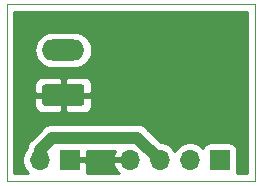
<source format=gbr>
%TF.GenerationSoftware,KiCad,Pcbnew,(5.1.8-0-10_14)*%
%TF.CreationDate,2020-11-19T20:53:49+01:00*%
%TF.ProjectId,Tank_Sender,54616e6b-5f53-4656-9e64-65722e6b6963,rev?*%
%TF.SameCoordinates,Original*%
%TF.FileFunction,Copper,L2,Bot*%
%TF.FilePolarity,Positive*%
%FSLAX46Y46*%
G04 Gerber Fmt 4.6, Leading zero omitted, Abs format (unit mm)*
G04 Created by KiCad (PCBNEW (5.1.8-0-10_14)) date 2020-11-19 20:53:49*
%MOMM*%
%LPD*%
G01*
G04 APERTURE LIST*
%TA.AperFunction,Profile*%
%ADD10C,0.050000*%
%TD*%
%TA.AperFunction,ComponentPad*%
%ADD11O,3.600000X1.800000*%
%TD*%
%TA.AperFunction,ComponentPad*%
%ADD12O,1.700000X1.700000*%
%TD*%
%TA.AperFunction,ComponentPad*%
%ADD13R,1.700000X1.700000*%
%TD*%
%TA.AperFunction,Conductor*%
%ADD14C,1.000000*%
%TD*%
%TA.AperFunction,Conductor*%
%ADD15C,0.254000*%
%TD*%
%TA.AperFunction,Conductor*%
%ADD16C,0.100000*%
%TD*%
G04 APERTURE END LIST*
D10*
X119000000Y-76000000D02*
X119000000Y-91000000D01*
X140000000Y-76000000D02*
X119000000Y-76000000D01*
X140000000Y-91000000D02*
X140000000Y-76000000D01*
X119000000Y-91000000D02*
X140000000Y-91000000D01*
D11*
%TO.P,J103,2*%
%TO.N,Net-(C104-Pad1)*%
X123800000Y-79890000D03*
%TO.P,J103,1*%
%TO.N,GND*%
%TA.AperFunction,ComponentPad*%
G36*
G01*
X125350000Y-84600000D02*
X122250000Y-84600000D01*
G75*
G02*
X122000000Y-84350000I0J250000D01*
G01*
X122000000Y-83050000D01*
G75*
G02*
X122250000Y-82800000I250000J0D01*
G01*
X125350000Y-82800000D01*
G75*
G02*
X125600000Y-83050000I0J-250000D01*
G01*
X125600000Y-84350000D01*
G75*
G02*
X125350000Y-84600000I-250000J0D01*
G01*
G37*
%TD.AperFunction*%
%TD*%
D12*
%TO.P,J102,2*%
%TO.N,Net-(C104-Pad1)*%
X121820000Y-89200000D03*
D13*
%TO.P,J102,1*%
%TO.N,GND*%
X124360000Y-89200000D03*
%TD*%
D12*
%TO.P,J101,4*%
%TO.N,GND*%
X129440000Y-89200000D03*
%TO.P,J101,3*%
%TO.N,Net-(C104-Pad1)*%
X131980000Y-89200000D03*
%TO.P,J101,2*%
%TO.N,Net-(J101-Pad2)*%
X134520000Y-89200000D03*
D13*
%TO.P,J101,1*%
%TO.N,Net-(C101-Pad1)*%
X137060000Y-89200000D03*
%TD*%
D14*
%TO.N,Net-(C104-Pad1)*%
X131980000Y-89200000D02*
X130080000Y-87300000D01*
X121820000Y-89200000D02*
X121820000Y-88320000D01*
X122840000Y-87300000D02*
X130080000Y-87300000D01*
X121820000Y-88320000D02*
X122840000Y-87300000D01*
%TD*%
D15*
%TO.N,GND*%
X139340000Y-90340000D02*
X138475010Y-90340000D01*
X138499502Y-90294180D01*
X138535812Y-90174482D01*
X138548072Y-90050000D01*
X138548072Y-88350000D01*
X138535812Y-88225518D01*
X138499502Y-88105820D01*
X138440537Y-87995506D01*
X138361185Y-87898815D01*
X138264494Y-87819463D01*
X138154180Y-87760498D01*
X138034482Y-87724188D01*
X137910000Y-87711928D01*
X136210000Y-87711928D01*
X136085518Y-87724188D01*
X135965820Y-87760498D01*
X135855506Y-87819463D01*
X135758815Y-87898815D01*
X135679463Y-87995506D01*
X135620498Y-88105820D01*
X135598487Y-88178380D01*
X135466632Y-88046525D01*
X135223411Y-87884010D01*
X134953158Y-87772068D01*
X134666260Y-87715000D01*
X134373740Y-87715000D01*
X134086842Y-87772068D01*
X133816589Y-87884010D01*
X133573368Y-88046525D01*
X133366525Y-88253368D01*
X133250000Y-88427760D01*
X133133475Y-88253368D01*
X132926632Y-88046525D01*
X132683411Y-87884010D01*
X132413158Y-87772068D01*
X132126260Y-87715000D01*
X132100132Y-87715000D01*
X130921996Y-86536865D01*
X130886449Y-86493551D01*
X130713623Y-86351716D01*
X130516447Y-86246324D01*
X130302499Y-86181423D01*
X130135752Y-86165000D01*
X130135751Y-86165000D01*
X130080000Y-86159509D01*
X130024249Y-86165000D01*
X122895752Y-86165000D01*
X122840000Y-86159509D01*
X122784248Y-86165000D01*
X122617501Y-86181423D01*
X122403553Y-86246324D01*
X122206377Y-86351716D01*
X122033551Y-86493551D01*
X121998008Y-86536860D01*
X121056860Y-87478009D01*
X121013552Y-87513551D01*
X120871717Y-87686377D01*
X120766324Y-87883553D01*
X120711845Y-88063144D01*
X120701423Y-88097502D01*
X120688207Y-88231686D01*
X120666525Y-88253368D01*
X120504010Y-88496589D01*
X120392068Y-88766842D01*
X120335000Y-89053740D01*
X120335000Y-89346260D01*
X120392068Y-89633158D01*
X120504010Y-89903411D01*
X120666525Y-90146632D01*
X120859893Y-90340000D01*
X119660000Y-90340000D01*
X119660000Y-84600000D01*
X121361928Y-84600000D01*
X121374188Y-84724482D01*
X121410498Y-84844180D01*
X121469463Y-84954494D01*
X121548815Y-85051185D01*
X121645506Y-85130537D01*
X121755820Y-85189502D01*
X121875518Y-85225812D01*
X122000000Y-85238072D01*
X123514250Y-85235000D01*
X123673000Y-85076250D01*
X123673000Y-83827000D01*
X123927000Y-83827000D01*
X123927000Y-85076250D01*
X124085750Y-85235000D01*
X125600000Y-85238072D01*
X125724482Y-85225812D01*
X125844180Y-85189502D01*
X125954494Y-85130537D01*
X126051185Y-85051185D01*
X126130537Y-84954494D01*
X126189502Y-84844180D01*
X126225812Y-84724482D01*
X126238072Y-84600000D01*
X126235000Y-83985750D01*
X126076250Y-83827000D01*
X123927000Y-83827000D01*
X123673000Y-83827000D01*
X121523750Y-83827000D01*
X121365000Y-83985750D01*
X121361928Y-84600000D01*
X119660000Y-84600000D01*
X119660000Y-82800000D01*
X121361928Y-82800000D01*
X121365000Y-83414250D01*
X121523750Y-83573000D01*
X123673000Y-83573000D01*
X123673000Y-82323750D01*
X123927000Y-82323750D01*
X123927000Y-83573000D01*
X126076250Y-83573000D01*
X126235000Y-83414250D01*
X126238072Y-82800000D01*
X126225812Y-82675518D01*
X126189502Y-82555820D01*
X126130537Y-82445506D01*
X126051185Y-82348815D01*
X125954494Y-82269463D01*
X125844180Y-82210498D01*
X125724482Y-82174188D01*
X125600000Y-82161928D01*
X124085750Y-82165000D01*
X123927000Y-82323750D01*
X123673000Y-82323750D01*
X123514250Y-82165000D01*
X122000000Y-82161928D01*
X121875518Y-82174188D01*
X121755820Y-82210498D01*
X121645506Y-82269463D01*
X121548815Y-82348815D01*
X121469463Y-82445506D01*
X121410498Y-82555820D01*
X121374188Y-82675518D01*
X121361928Y-82800000D01*
X119660000Y-82800000D01*
X119660000Y-79890000D01*
X121357573Y-79890000D01*
X121387210Y-80190913D01*
X121474983Y-80480261D01*
X121617519Y-80746927D01*
X121809339Y-80980661D01*
X122043073Y-81172481D01*
X122309739Y-81315017D01*
X122599087Y-81402790D01*
X122824592Y-81425000D01*
X124775408Y-81425000D01*
X125000913Y-81402790D01*
X125290261Y-81315017D01*
X125556927Y-81172481D01*
X125790661Y-80980661D01*
X125982481Y-80746927D01*
X126125017Y-80480261D01*
X126212790Y-80190913D01*
X126242427Y-79890000D01*
X126212790Y-79589087D01*
X126125017Y-79299739D01*
X125982481Y-79033073D01*
X125790661Y-78799339D01*
X125556927Y-78607519D01*
X125290261Y-78464983D01*
X125000913Y-78377210D01*
X124775408Y-78355000D01*
X122824592Y-78355000D01*
X122599087Y-78377210D01*
X122309739Y-78464983D01*
X122043073Y-78607519D01*
X121809339Y-78799339D01*
X121617519Y-79033073D01*
X121474983Y-79299739D01*
X121387210Y-79589087D01*
X121357573Y-79890000D01*
X119660000Y-79890000D01*
X119660000Y-76660000D01*
X139340001Y-76660000D01*
X139340000Y-90340000D01*
%TA.AperFunction,Conductor*%
D16*
G36*
X139340000Y-90340000D02*
G01*
X138475010Y-90340000D01*
X138499502Y-90294180D01*
X138535812Y-90174482D01*
X138548072Y-90050000D01*
X138548072Y-88350000D01*
X138535812Y-88225518D01*
X138499502Y-88105820D01*
X138440537Y-87995506D01*
X138361185Y-87898815D01*
X138264494Y-87819463D01*
X138154180Y-87760498D01*
X138034482Y-87724188D01*
X137910000Y-87711928D01*
X136210000Y-87711928D01*
X136085518Y-87724188D01*
X135965820Y-87760498D01*
X135855506Y-87819463D01*
X135758815Y-87898815D01*
X135679463Y-87995506D01*
X135620498Y-88105820D01*
X135598487Y-88178380D01*
X135466632Y-88046525D01*
X135223411Y-87884010D01*
X134953158Y-87772068D01*
X134666260Y-87715000D01*
X134373740Y-87715000D01*
X134086842Y-87772068D01*
X133816589Y-87884010D01*
X133573368Y-88046525D01*
X133366525Y-88253368D01*
X133250000Y-88427760D01*
X133133475Y-88253368D01*
X132926632Y-88046525D01*
X132683411Y-87884010D01*
X132413158Y-87772068D01*
X132126260Y-87715000D01*
X132100132Y-87715000D01*
X130921996Y-86536865D01*
X130886449Y-86493551D01*
X130713623Y-86351716D01*
X130516447Y-86246324D01*
X130302499Y-86181423D01*
X130135752Y-86165000D01*
X130135751Y-86165000D01*
X130080000Y-86159509D01*
X130024249Y-86165000D01*
X122895752Y-86165000D01*
X122840000Y-86159509D01*
X122784248Y-86165000D01*
X122617501Y-86181423D01*
X122403553Y-86246324D01*
X122206377Y-86351716D01*
X122033551Y-86493551D01*
X121998008Y-86536860D01*
X121056860Y-87478009D01*
X121013552Y-87513551D01*
X120871717Y-87686377D01*
X120766324Y-87883553D01*
X120711845Y-88063144D01*
X120701423Y-88097502D01*
X120688207Y-88231686D01*
X120666525Y-88253368D01*
X120504010Y-88496589D01*
X120392068Y-88766842D01*
X120335000Y-89053740D01*
X120335000Y-89346260D01*
X120392068Y-89633158D01*
X120504010Y-89903411D01*
X120666525Y-90146632D01*
X120859893Y-90340000D01*
X119660000Y-90340000D01*
X119660000Y-84600000D01*
X121361928Y-84600000D01*
X121374188Y-84724482D01*
X121410498Y-84844180D01*
X121469463Y-84954494D01*
X121548815Y-85051185D01*
X121645506Y-85130537D01*
X121755820Y-85189502D01*
X121875518Y-85225812D01*
X122000000Y-85238072D01*
X123514250Y-85235000D01*
X123673000Y-85076250D01*
X123673000Y-83827000D01*
X123927000Y-83827000D01*
X123927000Y-85076250D01*
X124085750Y-85235000D01*
X125600000Y-85238072D01*
X125724482Y-85225812D01*
X125844180Y-85189502D01*
X125954494Y-85130537D01*
X126051185Y-85051185D01*
X126130537Y-84954494D01*
X126189502Y-84844180D01*
X126225812Y-84724482D01*
X126238072Y-84600000D01*
X126235000Y-83985750D01*
X126076250Y-83827000D01*
X123927000Y-83827000D01*
X123673000Y-83827000D01*
X121523750Y-83827000D01*
X121365000Y-83985750D01*
X121361928Y-84600000D01*
X119660000Y-84600000D01*
X119660000Y-82800000D01*
X121361928Y-82800000D01*
X121365000Y-83414250D01*
X121523750Y-83573000D01*
X123673000Y-83573000D01*
X123673000Y-82323750D01*
X123927000Y-82323750D01*
X123927000Y-83573000D01*
X126076250Y-83573000D01*
X126235000Y-83414250D01*
X126238072Y-82800000D01*
X126225812Y-82675518D01*
X126189502Y-82555820D01*
X126130537Y-82445506D01*
X126051185Y-82348815D01*
X125954494Y-82269463D01*
X125844180Y-82210498D01*
X125724482Y-82174188D01*
X125600000Y-82161928D01*
X124085750Y-82165000D01*
X123927000Y-82323750D01*
X123673000Y-82323750D01*
X123514250Y-82165000D01*
X122000000Y-82161928D01*
X121875518Y-82174188D01*
X121755820Y-82210498D01*
X121645506Y-82269463D01*
X121548815Y-82348815D01*
X121469463Y-82445506D01*
X121410498Y-82555820D01*
X121374188Y-82675518D01*
X121361928Y-82800000D01*
X119660000Y-82800000D01*
X119660000Y-79890000D01*
X121357573Y-79890000D01*
X121387210Y-80190913D01*
X121474983Y-80480261D01*
X121617519Y-80746927D01*
X121809339Y-80980661D01*
X122043073Y-81172481D01*
X122309739Y-81315017D01*
X122599087Y-81402790D01*
X122824592Y-81425000D01*
X124775408Y-81425000D01*
X125000913Y-81402790D01*
X125290261Y-81315017D01*
X125556927Y-81172481D01*
X125790661Y-80980661D01*
X125982481Y-80746927D01*
X126125017Y-80480261D01*
X126212790Y-80190913D01*
X126242427Y-79890000D01*
X126212790Y-79589087D01*
X126125017Y-79299739D01*
X125982481Y-79033073D01*
X125790661Y-78799339D01*
X125556927Y-78607519D01*
X125290261Y-78464983D01*
X125000913Y-78377210D01*
X124775408Y-78355000D01*
X122824592Y-78355000D01*
X122599087Y-78377210D01*
X122309739Y-78464983D01*
X122043073Y-78607519D01*
X121809339Y-78799339D01*
X121617519Y-79033073D01*
X121474983Y-79299739D01*
X121387210Y-79589087D01*
X121357573Y-79890000D01*
X119660000Y-79890000D01*
X119660000Y-76660000D01*
X139340001Y-76660000D01*
X139340000Y-90340000D01*
G37*
%TD.AperFunction*%
D15*
X128095843Y-88568748D02*
X127998519Y-88843109D01*
X128119186Y-89073000D01*
X129313000Y-89073000D01*
X129313000Y-89053000D01*
X129567000Y-89053000D01*
X129567000Y-89073000D01*
X129587000Y-89073000D01*
X129587000Y-89327000D01*
X129567000Y-89327000D01*
X129567000Y-89347000D01*
X129313000Y-89347000D01*
X129313000Y-89327000D01*
X128119186Y-89327000D01*
X127998519Y-89556891D01*
X128095843Y-89831252D01*
X128244822Y-90081355D01*
X128439731Y-90297588D01*
X128496592Y-90340000D01*
X125775010Y-90340000D01*
X125799502Y-90294180D01*
X125835812Y-90174482D01*
X125848072Y-90050000D01*
X125845000Y-89485750D01*
X125686250Y-89327000D01*
X124487000Y-89327000D01*
X124487000Y-89347000D01*
X124233000Y-89347000D01*
X124233000Y-89327000D01*
X124213000Y-89327000D01*
X124213000Y-89073000D01*
X124233000Y-89073000D01*
X124233000Y-89053000D01*
X124487000Y-89053000D01*
X124487000Y-89073000D01*
X125686250Y-89073000D01*
X125845000Y-88914250D01*
X125847609Y-88435000D01*
X128175513Y-88435000D01*
X128095843Y-88568748D01*
%TA.AperFunction,Conductor*%
D16*
G36*
X128095843Y-88568748D02*
G01*
X127998519Y-88843109D01*
X128119186Y-89073000D01*
X129313000Y-89073000D01*
X129313000Y-89053000D01*
X129567000Y-89053000D01*
X129567000Y-89073000D01*
X129587000Y-89073000D01*
X129587000Y-89327000D01*
X129567000Y-89327000D01*
X129567000Y-89347000D01*
X129313000Y-89347000D01*
X129313000Y-89327000D01*
X128119186Y-89327000D01*
X127998519Y-89556891D01*
X128095843Y-89831252D01*
X128244822Y-90081355D01*
X128439731Y-90297588D01*
X128496592Y-90340000D01*
X125775010Y-90340000D01*
X125799502Y-90294180D01*
X125835812Y-90174482D01*
X125848072Y-90050000D01*
X125845000Y-89485750D01*
X125686250Y-89327000D01*
X124487000Y-89327000D01*
X124487000Y-89347000D01*
X124233000Y-89347000D01*
X124233000Y-89327000D01*
X124213000Y-89327000D01*
X124213000Y-89073000D01*
X124233000Y-89073000D01*
X124233000Y-89053000D01*
X124487000Y-89053000D01*
X124487000Y-89073000D01*
X125686250Y-89073000D01*
X125845000Y-88914250D01*
X125847609Y-88435000D01*
X128175513Y-88435000D01*
X128095843Y-88568748D01*
G37*
%TD.AperFunction*%
%TD*%
M02*

</source>
